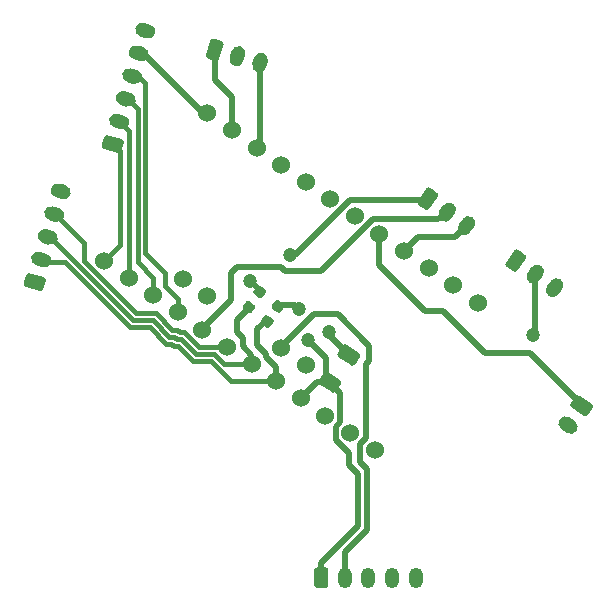
<source format=gtl>
G04 #@! TF.GenerationSoftware,KiCad,Pcbnew,(5.1.9)-1*
G04 #@! TF.CreationDate,2021-10-18T12:13:21-06:00*
G04 #@! TF.ProjectId,THROTTLE_INNER_GRIP,5448524f-5454-44c4-955f-494e4e45525f,rev?*
G04 #@! TF.SameCoordinates,Original*
G04 #@! TF.FileFunction,Copper,L1,Top*
G04 #@! TF.FilePolarity,Positive*
%FSLAX46Y46*%
G04 Gerber Fmt 4.6, Leading zero omitted, Abs format (unit mm)*
G04 Created by KiCad (PCBNEW (5.1.9)-1) date 2021-10-18 12:13:21*
%MOMM*%
%LPD*%
G01*
G04 APERTURE LIST*
G04 #@! TA.AperFunction,ComponentPad*
%ADD10C,1.524000*%
G04 #@! TD*
G04 #@! TA.AperFunction,ComponentPad*
%ADD11O,1.200000X1.750000*%
G04 #@! TD*
G04 #@! TA.AperFunction,ViaPad*
%ADD12C,1.200000*%
G04 #@! TD*
G04 #@! TA.AperFunction,Conductor*
%ADD13C,0.508000*%
G04 #@! TD*
G04 #@! TA.AperFunction,Conductor*
%ADD14C,0.406400*%
G04 #@! TD*
G04 APERTURE END LIST*
D10*
G04 #@! TO.P,U1,34*
G04 #@! TO.N,/I2C_SCK*
X93303586Y-114337408D03*
G04 #@! TO.P,U1,33*
G04 #@! TO.N,/I2C_DATA*
X91222939Y-112880524D03*
G04 #@! TO.P,U1,32*
G04 #@! TO.N,Net-(U1-Pad32)*
X84981001Y-108509872D03*
G04 #@! TO.P,U1,31*
G04 #@! TO.N,Net-(U1-Pad31)*
X82900355Y-107052987D03*
G04 #@! TO.P,U1,24*
G04 #@! TO.N,Net-(U1-Pad24)*
X99128963Y-121517149D03*
G04 #@! TO.P,U1,23*
G04 #@! TO.N,GND*
X97048317Y-120060265D03*
G04 #@! TO.P,U1,22*
G04 #@! TO.N,Net-(U1-Pad22)*
X94967671Y-118603381D03*
G04 #@! TO.P,U1,21*
G04 #@! TO.N,VCC*
X92887024Y-117146497D03*
G04 #@! TO.P,U1,20*
G04 #@! TO.N,/JOY_X*
X90806378Y-115689612D03*
G04 #@! TO.P,U1,19*
G04 #@! TO.N,/JOY_Y*
X88725732Y-114232728D03*
G04 #@! TO.P,U1,18*
G04 #@! TO.N,/JOY_SW*
X86645086Y-112775844D03*
G04 #@! TO.P,U1,17*
G04 #@! TO.N,/ANTENNA_ELEVATION*
X84564440Y-111318960D03*
G04 #@! TO.P,U1,16*
G04 #@! TO.N,/D*
X82483793Y-109862076D03*
G04 #@! TO.P,U1,15*
G04 #@! TO.N,/C*
X80403147Y-108405192D03*
G04 #@! TO.P,U1,14*
G04 #@! TO.N,/B*
X78322501Y-106948307D03*
G04 #@! TO.P,U1,13*
G04 #@! TO.N,/A*
X76241855Y-105491423D03*
G04 #@! TO.P,U1,12*
G04 #@! TO.N,/PUSH*
X84983160Y-93007546D03*
G04 #@! TO.P,U1,11*
G04 #@! TO.N,/COUNTERMEASURES_FWD*
X87063806Y-94464430D03*
G04 #@! TO.P,U1,10*
G04 #@! TO.N,/COUNTERMEASURES_AFT*
X89144452Y-95921314D03*
G04 #@! TO.P,U1,9*
G04 #@! TO.N,Net-(U1-Pad9)*
X91225098Y-97378199D03*
G04 #@! TO.P,U1,8*
G04 #@! TO.N,Net-(U1-Pad8)*
X93305745Y-98835083D03*
G04 #@! TO.P,U1,7*
G04 #@! TO.N,/SPEEDBREAK_EXTEND*
X95386391Y-100291967D03*
G04 #@! TO.P,U1,6*
G04 #@! TO.N,/SPEEDBREAK_RETRACT*
X97467037Y-101748851D03*
G04 #@! TO.P,U1,5*
G04 #@! TO.N,/CAGE-UNCAGE*
X99547683Y-103205735D03*
G04 #@! TO.P,U1,4*
G04 #@! TO.N,GND*
X101628329Y-104662619D03*
G04 #@! TO.P,U1,3*
G04 #@! TO.N,Net-(U1-Pad3)*
X103708976Y-106119503D03*
G04 #@! TO.P,U1,2*
G04 #@! TO.N,Net-(U1-Pad2)*
X105789622Y-107576388D03*
G04 #@! TO.P,U1,1*
G04 #@! TO.N,Net-(U1-Pad1)*
X107870268Y-109033272D03*
G04 #@! TD*
G04 #@! TO.P,COM1,6*
G04 #@! TO.N,GND*
G04 #@! TA.AperFunction,ComponentPad*
G36*
G01*
X79817339Y-86670940D02*
X79288645Y-86519340D01*
G75*
G02*
X78877270Y-85777201I165382J576757D01*
G01*
X78877270Y-85777201D01*
G75*
G02*
X79619409Y-85365826I576757J-165382D01*
G01*
X80148103Y-85517426D01*
G75*
G02*
X80559478Y-86259565I-165382J-576757D01*
G01*
X80559478Y-86259565D01*
G75*
G02*
X79817339Y-86670940I-576757J165382D01*
G01*
G37*
G04 #@! TD.AperFunction*
G04 #@! TO.P,COM1,5*
G04 #@! TO.N,/PUSH*
G04 #@! TA.AperFunction,ComponentPad*
G36*
G01*
X79266064Y-88593463D02*
X78737370Y-88441863D01*
G75*
G02*
X78325995Y-87699724I165382J576757D01*
G01*
X78325995Y-87699724D01*
G75*
G02*
X79068134Y-87288349I576757J-165382D01*
G01*
X79596828Y-87439949D01*
G75*
G02*
X80008203Y-88182088I-165382J-576757D01*
G01*
X80008203Y-88182088D01*
G75*
G02*
X79266064Y-88593463I-576757J165382D01*
G01*
G37*
G04 #@! TD.AperFunction*
G04 #@! TO.P,COM1,4*
G04 #@! TO.N,/D*
G04 #@! TA.AperFunction,ComponentPad*
G36*
G01*
X78714789Y-90515987D02*
X78186095Y-90364387D01*
G75*
G02*
X77774720Y-89622248I165382J576757D01*
G01*
X77774720Y-89622248D01*
G75*
G02*
X78516859Y-89210873I576757J-165382D01*
G01*
X79045553Y-89362473D01*
G75*
G02*
X79456928Y-90104612I-165382J-576757D01*
G01*
X79456928Y-90104612D01*
G75*
G02*
X78714789Y-90515987I-576757J165382D01*
G01*
G37*
G04 #@! TD.AperFunction*
G04 #@! TO.P,COM1,3*
G04 #@! TO.N,/C*
G04 #@! TA.AperFunction,ComponentPad*
G36*
G01*
X78163514Y-92438510D02*
X77634820Y-92286910D01*
G75*
G02*
X77223445Y-91544771I165382J576757D01*
G01*
X77223445Y-91544771D01*
G75*
G02*
X77965584Y-91133396I576757J-165382D01*
G01*
X78494278Y-91284996D01*
G75*
G02*
X78905653Y-92027135I-165382J-576757D01*
G01*
X78905653Y-92027135D01*
G75*
G02*
X78163514Y-92438510I-576757J165382D01*
G01*
G37*
G04 #@! TD.AperFunction*
G04 #@! TO.P,COM1,2*
G04 #@! TO.N,/B*
G04 #@! TA.AperFunction,ComponentPad*
G36*
G01*
X77612240Y-94361034D02*
X77083546Y-94209434D01*
G75*
G02*
X76672171Y-93467295I165382J576757D01*
G01*
X76672171Y-93467295D01*
G75*
G02*
X77414310Y-93055920I576757J-165382D01*
G01*
X77943004Y-93207520D01*
G75*
G02*
X78354379Y-93949659I-165382J-576757D01*
G01*
X78354379Y-93949659D01*
G75*
G02*
X77612240Y-94361034I-576757J165382D01*
G01*
G37*
G04 #@! TD.AperFunction*
G04 #@! TO.P,COM1,1*
G04 #@! TO.N,/A*
G04 #@! TA.AperFunction,ComponentPad*
G36*
G01*
X77397407Y-96380030D02*
X76195828Y-96035483D01*
G75*
G02*
X76024423Y-95726260I68909J240314D01*
G01*
X76217370Y-95053375D01*
G75*
G02*
X76526593Y-94881970I240314J-68909D01*
G01*
X77728172Y-95226517D01*
G75*
G02*
X77899577Y-95535740I-68909J-240314D01*
G01*
X77706630Y-96208625D01*
G75*
G02*
X77397407Y-96380030I-240314J68909D01*
G01*
G37*
G04 #@! TD.AperFunction*
G04 #@! TD*
G04 #@! TO.P,SPDBRK1,3*
G04 #@! TO.N,/SPEEDBREAK_RETRACT*
G04 #@! TA.AperFunction,ComponentPad*
G36*
G01*
X113726983Y-107661627D02*
X114042451Y-107211093D01*
G75*
G02*
X114878088Y-107063748I491491J-344146D01*
G01*
X114878088Y-107063748D01*
G75*
G02*
X115025433Y-107899385I-344146J-491491D01*
G01*
X114709965Y-108349919D01*
G75*
G02*
X113874328Y-108497264I-491491J344146D01*
G01*
X113874328Y-108497264D01*
G75*
G02*
X113726983Y-107661627I344146J491491D01*
G01*
G37*
G04 #@! TD.AperFunction*
G04 #@! TO.P,SPDBRK1,2*
G04 #@! TO.N,GND*
G04 #@! TA.AperFunction,ComponentPad*
G36*
G01*
X112088679Y-106514474D02*
X112404147Y-106063940D01*
G75*
G02*
X113239784Y-105916595I491491J-344146D01*
G01*
X113239784Y-105916595D01*
G75*
G02*
X113387129Y-106752232I-344146J-491491D01*
G01*
X113071661Y-107202766D01*
G75*
G02*
X112236024Y-107350111I-491491J344146D01*
G01*
X112236024Y-107350111D01*
G75*
G02*
X112088679Y-106514474I344146J491491D01*
G01*
G37*
G04 #@! TD.AperFunction*
G04 #@! TO.P,SPDBRK1,1*
G04 #@! TO.N,/SPEEDBREAK_EXTEND*
G04 #@! TA.AperFunction,ComponentPad*
G36*
G01*
X110249623Y-105654025D02*
X110966595Y-104630083D01*
G75*
G02*
X111314776Y-104568690I204787J-143394D01*
G01*
X111888184Y-104970194D01*
G75*
G02*
X111949577Y-105318375I-143394J-204787D01*
G01*
X111232605Y-106342317D01*
G75*
G02*
X110884424Y-106403710I-204787J143394D01*
G01*
X110311016Y-106002206D01*
G75*
G02*
X110249623Y-105654025I143394J204787D01*
G01*
G37*
G04 #@! TD.AperFunction*
G04 #@! TD*
G04 #@! TO.P,CM1,3*
G04 #@! TO.N,/COUNTERMEASURES_AFT*
G04 #@! TA.AperFunction,ComponentPad*
G36*
G01*
X88790490Y-88831514D02*
X88942090Y-88302820D01*
G75*
G02*
X89684229Y-87891445I576757J-165382D01*
G01*
X89684229Y-87891445D01*
G75*
G02*
X90095604Y-88633584I-165382J-576757D01*
G01*
X89944004Y-89162278D01*
G75*
G02*
X89201865Y-89573653I-576757J165382D01*
G01*
X89201865Y-89573653D01*
G75*
G02*
X88790490Y-88831514I165382J576757D01*
G01*
G37*
G04 #@! TD.AperFunction*
G04 #@! TO.P,CM1,2*
G04 #@! TO.N,GND*
G04 #@! TA.AperFunction,ComponentPad*
G36*
G01*
X86867966Y-88280240D02*
X87019566Y-87751546D01*
G75*
G02*
X87761705Y-87340171I576757J-165382D01*
G01*
X87761705Y-87340171D01*
G75*
G02*
X88173080Y-88082310I-165382J-576757D01*
G01*
X88021480Y-88611004D01*
G75*
G02*
X87279341Y-89022379I-576757J165382D01*
G01*
X87279341Y-89022379D01*
G75*
G02*
X86867966Y-88280240I165382J576757D01*
G01*
G37*
G04 #@! TD.AperFunction*
G04 #@! TO.P,CM1,1*
G04 #@! TO.N,/COUNTERMEASURES_FWD*
G04 #@! TA.AperFunction,ComponentPad*
G36*
G01*
X84848970Y-88065407D02*
X85193517Y-86863828D01*
G75*
G02*
X85502740Y-86692423I240314J-68909D01*
G01*
X86175625Y-86885370D01*
G75*
G02*
X86347030Y-87194593I-68909J-240314D01*
G01*
X86002483Y-88396172D01*
G75*
G02*
X85693260Y-88567577I-240314J68909D01*
G01*
X85020375Y-88374630D01*
G75*
G02*
X84848970Y-88065407I68909J240314D01*
G01*
G37*
G04 #@! TD.AperFunction*
G04 #@! TD*
G04 #@! TO.P,TDC/JOY1,5*
G04 #@! TO.N,GND*
G04 #@! TA.AperFunction,ComponentPad*
G36*
G01*
X72662064Y-100277463D02*
X72133370Y-100125863D01*
G75*
G02*
X71721995Y-99383724I165382J576757D01*
G01*
X71721995Y-99383724D01*
G75*
G02*
X72464134Y-98972349I576757J-165382D01*
G01*
X72992828Y-99123949D01*
G75*
G02*
X73404203Y-99866088I-165382J-576757D01*
G01*
X73404203Y-99866088D01*
G75*
G02*
X72662064Y-100277463I-576757J165382D01*
G01*
G37*
G04 #@! TD.AperFunction*
G04 #@! TO.P,TDC/JOY1,4*
G04 #@! TO.N,/JOY_SW*
G04 #@! TA.AperFunction,ComponentPad*
G36*
G01*
X72110789Y-102199987D02*
X71582095Y-102048387D01*
G75*
G02*
X71170720Y-101306248I165382J576757D01*
G01*
X71170720Y-101306248D01*
G75*
G02*
X71912859Y-100894873I576757J-165382D01*
G01*
X72441553Y-101046473D01*
G75*
G02*
X72852928Y-101788612I-165382J-576757D01*
G01*
X72852928Y-101788612D01*
G75*
G02*
X72110789Y-102199987I-576757J165382D01*
G01*
G37*
G04 #@! TD.AperFunction*
G04 #@! TO.P,TDC/JOY1,3*
G04 #@! TO.N,/JOY_Y*
G04 #@! TA.AperFunction,ComponentPad*
G36*
G01*
X71559514Y-104122510D02*
X71030820Y-103970910D01*
G75*
G02*
X70619445Y-103228771I165382J576757D01*
G01*
X70619445Y-103228771D01*
G75*
G02*
X71361584Y-102817396I576757J-165382D01*
G01*
X71890278Y-102968996D01*
G75*
G02*
X72301653Y-103711135I-165382J-576757D01*
G01*
X72301653Y-103711135D01*
G75*
G02*
X71559514Y-104122510I-576757J165382D01*
G01*
G37*
G04 #@! TD.AperFunction*
G04 #@! TO.P,TDC/JOY1,2*
G04 #@! TO.N,/JOY_X*
G04 #@! TA.AperFunction,ComponentPad*
G36*
G01*
X71008240Y-106045034D02*
X70479546Y-105893434D01*
G75*
G02*
X70068171Y-105151295I165382J576757D01*
G01*
X70068171Y-105151295D01*
G75*
G02*
X70810310Y-104739920I576757J-165382D01*
G01*
X71339004Y-104891520D01*
G75*
G02*
X71750379Y-105633659I-165382J-576757D01*
G01*
X71750379Y-105633659D01*
G75*
G02*
X71008240Y-106045034I-576757J165382D01*
G01*
G37*
G04 #@! TD.AperFunction*
G04 #@! TO.P,TDC/JOY1,1*
G04 #@! TO.N,VCC*
G04 #@! TA.AperFunction,ComponentPad*
G36*
G01*
X70793407Y-108064030D02*
X69591828Y-107719483D01*
G75*
G02*
X69420423Y-107410260I68909J240314D01*
G01*
X69613370Y-106737375D01*
G75*
G02*
X69922593Y-106565970I240314J-68909D01*
G01*
X71124172Y-106910517D01*
G75*
G02*
X71295577Y-107219740I-68909J-240314D01*
G01*
X71102630Y-107892625D01*
G75*
G02*
X70793407Y-108064030I-240314J68909D01*
G01*
G37*
G04 #@! TD.AperFunction*
G04 #@! TD*
D11*
G04 #@! TO.P,J2/OUTPUT,5*
G04 #@! TO.N,GND*
X102615000Y-132334000D03*
G04 #@! TO.P,J2/OUTPUT,4*
G04 #@! TO.N,/SPARE*
X100615000Y-132334000D03*
G04 #@! TO.P,J2/OUTPUT,3*
G04 #@! TO.N,/I2C_SCK*
X98615000Y-132334000D03*
G04 #@! TO.P,J2/OUTPUT,2*
G04 #@! TO.N,/I2C_DATA*
X96615000Y-132334000D03*
G04 #@! TO.P,J2/OUTPUT,1*
G04 #@! TO.N,VCC*
G04 #@! TA.AperFunction,ComponentPad*
G36*
G01*
X94015000Y-132959001D02*
X94015000Y-131708999D01*
G75*
G02*
X94264999Y-131459000I249999J0D01*
G01*
X94965001Y-131459000D01*
G75*
G02*
X95215000Y-131708999I0J-249999D01*
G01*
X95215000Y-132959001D01*
G75*
G02*
X94965001Y-133209000I-249999J0D01*
G01*
X94264999Y-133209000D01*
G75*
G02*
X94015000Y-132959001I0J249999D01*
G01*
G37*
G04 #@! TD.AperFunction*
G04 #@! TD*
G04 #@! TO.P,CAGE1,2*
G04 #@! TO.N,GND*
G04 #@! TA.AperFunction,ComponentPad*
G36*
G01*
X115633926Y-118768879D02*
X116084460Y-119084347D01*
G75*
G02*
X116231805Y-119919984I-344146J-491491D01*
G01*
X116231805Y-119919984D01*
G75*
G02*
X115396168Y-120067329I-491491J344146D01*
G01*
X114945634Y-119751861D01*
G75*
G02*
X114798289Y-118916224I344146J491491D01*
G01*
X114798289Y-118916224D01*
G75*
G02*
X115633926Y-118768879I491491J-344146D01*
G01*
G37*
G04 #@! TD.AperFunction*
G04 #@! TO.P,CAGE1,1*
G04 #@! TO.N,/CAGE-UNCAGE*
G04 #@! TA.AperFunction,ComponentPad*
G36*
G01*
X116494375Y-116929823D02*
X117518317Y-117646795D01*
G75*
G02*
X117579710Y-117994976I-143394J-204787D01*
G01*
X117178206Y-118568384D01*
G75*
G02*
X116830025Y-118629777I-204787J143394D01*
G01*
X115806083Y-117912805D01*
G75*
G02*
X115744690Y-117564624I143394J204787D01*
G01*
X116146194Y-116991216D01*
G75*
G02*
X116494375Y-116929823I204787J-143394D01*
G01*
G37*
G04 #@! TD.AperFunction*
G04 #@! TD*
G04 #@! TO.P,ANT1,3*
G04 #@! TO.N,GND*
G04 #@! TA.AperFunction,ComponentPad*
G36*
G01*
X106268335Y-102412660D02*
X106583803Y-101962126D01*
G75*
G02*
X107419440Y-101814781I491491J-344146D01*
G01*
X107419440Y-101814781D01*
G75*
G02*
X107566785Y-102650418I-344146J-491491D01*
G01*
X107251317Y-103100952D01*
G75*
G02*
X106415680Y-103248297I-491491J344146D01*
G01*
X106415680Y-103248297D01*
G75*
G02*
X106268335Y-102412660I344146J491491D01*
G01*
G37*
G04 #@! TD.AperFunction*
G04 #@! TO.P,ANT1,2*
G04 #@! TO.N,/ANTENNA_ELEVATION*
G04 #@! TA.AperFunction,ComponentPad*
G36*
G01*
X104630031Y-101265507D02*
X104945499Y-100814973D01*
G75*
G02*
X105781136Y-100667628I491491J-344146D01*
G01*
X105781136Y-100667628D01*
G75*
G02*
X105928481Y-101503265I-344146J-491491D01*
G01*
X105613013Y-101953799D01*
G75*
G02*
X104777376Y-102101144I-491491J344146D01*
G01*
X104777376Y-102101144D01*
G75*
G02*
X104630031Y-101265507I344146J491491D01*
G01*
G37*
G04 #@! TD.AperFunction*
G04 #@! TO.P,ANT1,1*
G04 #@! TO.N,VCC*
G04 #@! TA.AperFunction,ComponentPad*
G36*
G01*
X102790975Y-100405058D02*
X103507947Y-99381116D01*
G75*
G02*
X103856128Y-99319723I204787J-143394D01*
G01*
X104429536Y-99721227D01*
G75*
G02*
X104490929Y-100069408I-143394J-204787D01*
G01*
X103773957Y-101093350D01*
G75*
G02*
X103425776Y-101154743I-204787J143394D01*
G01*
X102852368Y-100753239D01*
G75*
G02*
X102790975Y-100405058I143394J204787D01*
G01*
G37*
G04 #@! TD.AperFunction*
G04 #@! TD*
G04 #@! TO.P,C7,2*
G04 #@! TO.N,GND*
G04 #@! TA.AperFunction,SMDPad,CuDef*
G36*
G01*
X89365350Y-108636994D02*
X88945534Y-108343037D01*
G75*
G02*
X88891814Y-108038377I125470J179190D01*
G01*
X89142754Y-107679998D01*
G75*
G02*
X89447414Y-107626278I179190J-125470D01*
G01*
X89867230Y-107920235D01*
G75*
G02*
X89920950Y-108224895I-125470J-179190D01*
G01*
X89670010Y-108583274D01*
G75*
G02*
X89365350Y-108636994I-179190J125470D01*
G01*
G37*
G04 #@! TD.AperFunction*
G04 #@! TO.P,C7,1*
G04 #@! TO.N,/JOY_Y*
G04 #@! TA.AperFunction,SMDPad,CuDef*
G36*
G01*
X88461968Y-109927158D02*
X88042152Y-109633201D01*
G75*
G02*
X87988432Y-109328541I125470J179190D01*
G01*
X88239372Y-108970162D01*
G75*
G02*
X88544032Y-108916442I179190J-125470D01*
G01*
X88963848Y-109210399D01*
G75*
G02*
X89017568Y-109515059I-125470J-179190D01*
G01*
X88766628Y-109873438D01*
G75*
G02*
X88461968Y-109927158I-179190J125470D01*
G01*
G37*
G04 #@! TD.AperFunction*
G04 #@! TD*
G04 #@! TO.P,C8,2*
G04 #@! TO.N,GND*
G04 #@! TA.AperFunction,SMDPad,CuDef*
G36*
G01*
X90910659Y-109860276D02*
X90490843Y-109566319D01*
G75*
G02*
X90437123Y-109261659I125470J179190D01*
G01*
X90688063Y-108903280D01*
G75*
G02*
X90992723Y-108849560I179190J-125470D01*
G01*
X91412539Y-109143517D01*
G75*
G02*
X91466259Y-109448177I-125470J-179190D01*
G01*
X91215319Y-109806556D01*
G75*
G02*
X90910659Y-109860276I-179190J125470D01*
G01*
G37*
G04 #@! TD.AperFunction*
G04 #@! TO.P,C8,1*
G04 #@! TO.N,/JOY_X*
G04 #@! TA.AperFunction,SMDPad,CuDef*
G36*
G01*
X90007277Y-111150440D02*
X89587461Y-110856483D01*
G75*
G02*
X89533741Y-110551823I125470J179190D01*
G01*
X89784681Y-110193444D01*
G75*
G02*
X90089341Y-110139724I179190J-125470D01*
G01*
X90509157Y-110433681D01*
G75*
G02*
X90562877Y-110738341I-125470J-179190D01*
G01*
X90311937Y-111096720D01*
G75*
G02*
X90007277Y-111150440I-179190J125470D01*
G01*
G37*
G04 #@! TD.AperFunction*
G04 #@! TD*
G04 #@! TO.P,C1,2*
G04 #@! TO.N,GND*
G04 #@! TA.AperFunction,SMDPad,CuDef*
G36*
G01*
X97095492Y-114353842D02*
X96071552Y-113636872D01*
G75*
G02*
X96010158Y-113288690I143394J204788D01*
G01*
X96440340Y-112674326D01*
G75*
G02*
X96788522Y-112612932I204788J-143394D01*
G01*
X97812462Y-113329902D01*
G75*
G02*
X97873856Y-113678084I-143394J-204788D01*
G01*
X97443674Y-114292448D01*
G75*
G02*
X97095492Y-114353842I-204788J143394D01*
G01*
G37*
G04 #@! TD.AperFunction*
G04 #@! TO.P,C1,1*
G04 #@! TO.N,VCC*
G04 #@! TA.AperFunction,SMDPad,CuDef*
G36*
G01*
X95489478Y-116647468D02*
X94465538Y-115930498D01*
G75*
G02*
X94404144Y-115582316I143394J204788D01*
G01*
X94834326Y-114967952D01*
G75*
G02*
X95182508Y-114906558I204788J-143394D01*
G01*
X96206448Y-115623528D01*
G75*
G02*
X96267842Y-115971710I-143394J-204788D01*
G01*
X95837660Y-116586074D01*
G75*
G02*
X95489478Y-116647468I-204788J143394D01*
G01*
G37*
G04 #@! TD.AperFunction*
G04 #@! TD*
D12*
G04 #@! TO.N,GND*
X92694000Y-109599600D03*
X88590937Y-107198337D03*
X95249996Y-111500000D03*
X112522000Y-111760000D03*
G04 #@! TO.N,VCC*
X93455825Y-112217199D03*
X91999970Y-105000000D03*
G04 #@! TD*
D13*
G04 #@! TO.N,GND*
X91113691Y-109284718D02*
X92379118Y-109284718D01*
X92379118Y-109284718D02*
X92694000Y-109599600D01*
X89406382Y-108013782D02*
X88590937Y-107198337D01*
X96942007Y-113483387D02*
X95249996Y-111791376D01*
X95249996Y-111791376D02*
X95249996Y-111500000D01*
X105934000Y-103500000D02*
X106934000Y-102500000D01*
X101628329Y-104662619D02*
X102790948Y-103500000D01*
X102790948Y-103500000D02*
X105934000Y-103500000D01*
X112737904Y-106633353D02*
X112737904Y-111544096D01*
X112737904Y-111544096D02*
X112522000Y-111760000D01*
G04 #@! TO.N,VCC*
X92887024Y-117146497D02*
X94285721Y-115747800D01*
X94285721Y-115747800D02*
X95300800Y-115747800D01*
X94615000Y-131114800D02*
X94615000Y-132334000D01*
X97764600Y-127965200D02*
X94615000Y-131114800D01*
X97764600Y-123571000D02*
X97764600Y-127965200D01*
X96977200Y-122783600D02*
X97764600Y-123571000D01*
X96977200Y-121788830D02*
X96977200Y-122783600D01*
X96183672Y-116681472D02*
X96183672Y-119187062D01*
X95832316Y-119538418D02*
X95832316Y-120643946D01*
X95351600Y-115849400D02*
X96183672Y-116681472D01*
X96183672Y-119187062D02*
X95832316Y-119538418D01*
X95832316Y-120643946D02*
X96977200Y-121788830D01*
X93455825Y-112217199D02*
X95000000Y-113761374D01*
X95000000Y-113761374D02*
X95000000Y-115500000D01*
X92416212Y-105000000D02*
X91999970Y-105000000D01*
X97086212Y-100330000D02*
X92416212Y-105000000D01*
X103500000Y-100000000D02*
X103170000Y-100330000D01*
X103170000Y-100330000D02*
X97086212Y-100330000D01*
G04 #@! TO.N,/JOY_Y*
X88406382Y-109631636D02*
X88406382Y-109513782D01*
D14*
X73917190Y-105748849D02*
X73917190Y-105743390D01*
X71628000Y-103454200D02*
X71475600Y-103454200D01*
X73917190Y-105743390D02*
X71628000Y-103454200D01*
X81756177Y-111925369D02*
X80368418Y-110537610D01*
X78350724Y-110182382D02*
X73917190Y-105748849D01*
X78705951Y-110537610D02*
X78350724Y-110182382D01*
X80368418Y-110537610D02*
X78705951Y-110537610D01*
D13*
X87503000Y-110921800D02*
X87503000Y-111506000D01*
X87503000Y-111506000D02*
X88011000Y-112014000D01*
X88011000Y-112014000D02*
X88011000Y-112750600D01*
X88011000Y-112750600D02*
X88696800Y-113436400D01*
X88696800Y-113436400D02*
X88696800Y-114198400D01*
D14*
X82187976Y-111925369D02*
X82375017Y-112112410D01*
X81756177Y-111925369D02*
X82187976Y-111925369D01*
X82775800Y-112112410D02*
X84045643Y-113382254D01*
X82375017Y-112112410D02*
X82775800Y-112112410D01*
X85526998Y-113382254D02*
X86368544Y-114223800D01*
X84045643Y-113382254D02*
X85526998Y-113382254D01*
X86368544Y-114223800D02*
X88747600Y-114223800D01*
X88747600Y-114223800D02*
X88747600Y-114274600D01*
D13*
X87503000Y-110921800D02*
X87503000Y-110497000D01*
X87503000Y-110497000D02*
X88500000Y-109500000D01*
G04 #@! TO.N,/JOY_X*
X89210309Y-112602473D02*
X89966800Y-113358964D01*
X89210309Y-112074882D02*
X89210309Y-112602473D01*
X89966800Y-113358964D02*
X89966800Y-113665000D01*
X89966800Y-113665000D02*
X90805000Y-114503200D01*
X90805000Y-114503200D02*
X90805000Y-115697000D01*
D14*
X71120000Y-105613200D02*
X70891400Y-105384600D01*
X85275816Y-113988664D02*
X83794460Y-113988664D01*
X81936792Y-112531778D02*
X81504994Y-112531778D01*
X83794460Y-113988664D02*
X82524618Y-112718820D01*
X90855800Y-115697000D02*
X86984152Y-115697000D01*
X86984152Y-115697000D02*
X85275816Y-113988664D01*
X81504994Y-112531778D02*
X80117236Y-111144020D01*
X82123834Y-112718820D02*
X81936792Y-112531778D01*
X80117236Y-111144020D02*
X78454770Y-111144020D01*
X78454770Y-111144020D02*
X72923950Y-105613200D01*
X82524618Y-112718820D02*
X82123834Y-112718820D01*
X72923950Y-105613200D02*
X71120000Y-105613200D01*
D13*
X89210309Y-112074882D02*
X89210309Y-111289691D01*
X89210309Y-111289691D02*
X90000000Y-110500000D01*
G04 #@! TO.N,/I2C_DATA*
X91135200Y-112877600D02*
X91135200Y-112903000D01*
X94012800Y-110000000D02*
X91135200Y-112877600D01*
X96615000Y-132334000D02*
X96615000Y-130116076D01*
X98472609Y-123136009D02*
X97912962Y-122576362D01*
X96000000Y-110000000D02*
X94012800Y-110000000D01*
X97912962Y-120995302D02*
X98374200Y-120534064D01*
X98679000Y-112679000D02*
X96000000Y-110000000D01*
X98472609Y-128258467D02*
X98472609Y-123136009D01*
X96615000Y-130116076D02*
X98472609Y-128258467D01*
X98374200Y-120534064D02*
X98374200Y-114249200D01*
X97912962Y-122576362D02*
X97912962Y-120995302D01*
X98374200Y-114249200D02*
X98679000Y-113944400D01*
X98679000Y-113944400D02*
X98679000Y-112679000D01*
D14*
G04 #@! TO.N,/JOY_SW*
X83026982Y-111506000D02*
X84296826Y-112775844D01*
X82626200Y-111506000D02*
X83026982Y-111506000D01*
X82007359Y-111318959D02*
X82439159Y-111318959D01*
X82439159Y-111318959D02*
X82626200Y-111506000D01*
X72085200Y-101549200D02*
X74523600Y-103987600D01*
X84296826Y-112775844D02*
X86645086Y-112775844D01*
X71983600Y-101549200D02*
X72085200Y-101549200D01*
X74523600Y-103987600D02*
X74523600Y-105497666D01*
X80619600Y-109931200D02*
X82007359Y-111318959D01*
X78957134Y-109931200D02*
X80619600Y-109931200D01*
X74523600Y-105497666D02*
X78957134Y-109931200D01*
D13*
G04 #@! TO.N,/PUSH*
X84963000Y-92989400D02*
X84937600Y-92989400D01*
X84582000Y-92989400D02*
X84963000Y-92989400D01*
X79167099Y-87940906D02*
X79533506Y-87940906D01*
X79533506Y-87940906D02*
X84582000Y-92989400D01*
D14*
G04 #@! TO.N,/D*
X82483793Y-109862076D02*
X82483793Y-108696593D01*
X82483793Y-108696593D02*
X81407000Y-107619800D01*
X81407000Y-106553000D02*
X79702010Y-104848010D01*
X81407000Y-107619800D02*
X81407000Y-106553000D01*
X79702010Y-104848010D02*
X79702010Y-90471610D01*
X79702010Y-90471610D02*
X79121000Y-89890600D01*
X79121000Y-89890600D02*
X78613000Y-89890600D01*
G04 #@! TO.N,/C*
X79095600Y-92633800D02*
X78232000Y-91770200D01*
X79095600Y-105613200D02*
X79095600Y-92633800D01*
X80403147Y-108405192D02*
X80403147Y-106920747D01*
X78232000Y-91770200D02*
X78028800Y-91770200D01*
X80403147Y-106920747D02*
X79095600Y-105613200D01*
G04 #@! TO.N,/B*
X77520800Y-93726000D02*
X77520800Y-93649800D01*
X78322501Y-106948307D02*
X78322501Y-94527701D01*
X78322501Y-94527701D02*
X77520800Y-93726000D01*
G04 #@! TO.N,/A*
X77571600Y-96215200D02*
X76987400Y-95631000D01*
X76241855Y-105491423D02*
X77571600Y-104161678D01*
X77571600Y-104161678D02*
X77571600Y-96215200D01*
D13*
G04 #@! TO.N,/ANTENNA_ELEVATION*
X104510266Y-101989734D02*
X105000000Y-101500000D01*
X98964002Y-101989734D02*
X104510266Y-101989734D01*
X91590079Y-106354001D02*
X94599735Y-106354001D01*
X87000000Y-106500000D02*
X87500000Y-106000000D01*
X87000000Y-108859400D02*
X87000000Y-106500000D01*
X91236078Y-106000000D02*
X91590079Y-106354001D01*
X94599735Y-106354001D02*
X98964002Y-101989734D01*
X84556600Y-111302800D02*
X87000000Y-108859400D01*
X87500000Y-106000000D02*
X91236078Y-106000000D01*
G04 #@! TO.N,/COUNTERMEASURES_AFT*
X89443047Y-88732549D02*
X89443047Y-95595953D01*
X89443047Y-95595953D02*
X89128600Y-95910400D01*
G04 #@! TO.N,/COUNTERMEASURES_FWD*
X85598000Y-87630000D02*
X85598000Y-90170000D01*
X85598000Y-90170000D02*
X87071200Y-91643200D01*
X87071200Y-91643200D02*
X87071200Y-94361000D01*
G04 #@! TO.N,/CAGE-UNCAGE*
X99547683Y-103205735D02*
X99547683Y-105897683D01*
X99547683Y-105897683D02*
X103378000Y-109728000D01*
X103378000Y-109728000D02*
X104902000Y-109728000D01*
X104902000Y-109728000D02*
X108458000Y-113284000D01*
X108458000Y-113284000D02*
X109728000Y-113284000D01*
X109728000Y-113284000D02*
X112268000Y-113284000D01*
X112268000Y-113284000D02*
X116586000Y-117602000D01*
G04 #@! TD*
M02*

</source>
